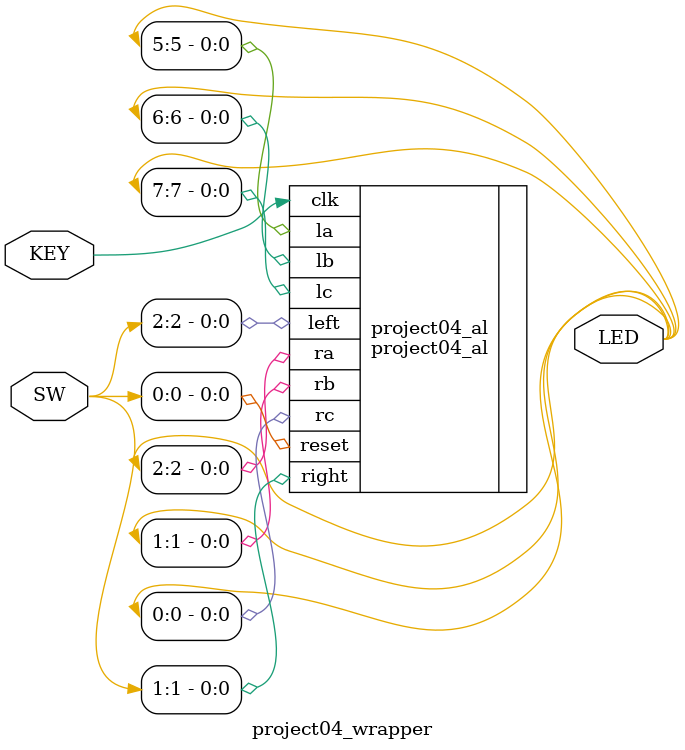
<source format=sv>
module project04_wrapper(input  logic [2:0] SW,
                    input  logic [0:0] KEY,
                    output logic [7:0] LED);
          
  // Use Key0 for clk
  // switches for inputs
  // red and green LEDs for output
          
  // Replace "xx" with your initials on the following line. Don't change
  // anything else.
  project04_al project04_al(.clk(KEY[0]), .reset(SW[0]), .left(SW[2]), .right(SW[1]),
							.la(LED[5]), .lb(LED[6]), .lc(LED[7]), 
							.ra(LED[2]), .rb(LED[1]), .rc(LED[0]));
endmodule

</source>
